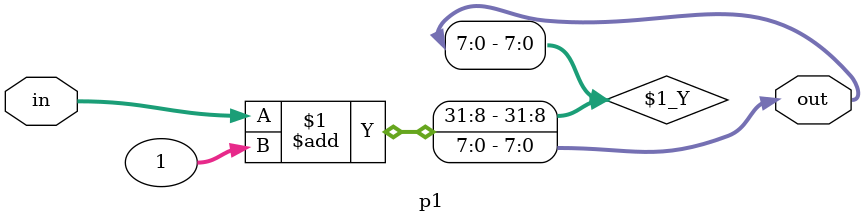
<source format=sv>
module p1 #(parameter BITS = 8) (
    input  wire [BITS-1:0] in,
    output wire [BITS-1:0] out
);
    assign out = in + 1;
endmodule

</source>
